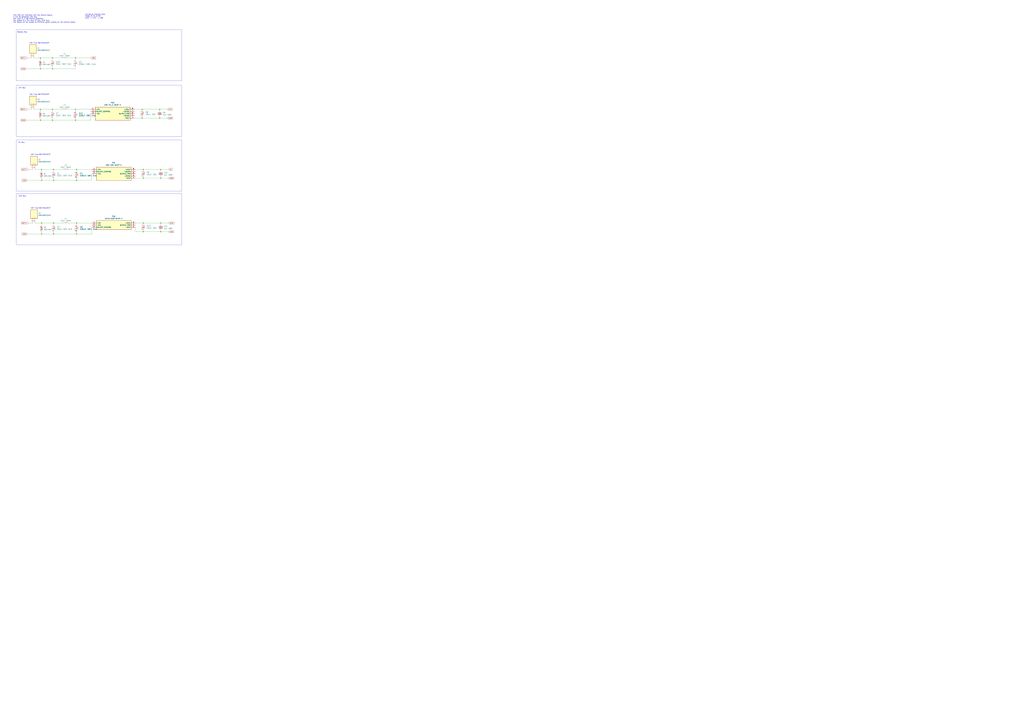
<source format=kicad_sch>
(kicad_sch (version 20230121) (generator eeschema)
  (paper "A0")
  (lib_symbols
    (symbol "696108003002:696108003002"
      (property "Reference" "U" (at 16.51 7.62 0))
      (property "Value" "696108003002" (at 16.51 5.08 0))
      (symbol "696108003002_1_1"
        (rectangle (start 5.08 2.54) (end 15.24 -5.08) (stroke (width 0.254)) (fill (type background)))
        (pin passive line (at 0 0 0) (length 5.08) (name "1") (number "1"))
        (pin passive line (at 0 -2.54 0) (length 5.08) (name "2") (number "2"))
      )
    )
    (symbol "Device:C" (pin_numbers hide) (pin_names (offset 0.254))
      (property "Reference" "C" (at 0.635 2.54 0))
      (property "Value" "C" (at 0.635 -2.54 0))
      (symbol "C_0_1"
        (polyline (pts (xy -2.032 -0.762) (xy 2.032 -0.762)) (stroke (width 0.508)))
        (polyline (pts (xy -2.032 0.762) (xy 2.032 0.762)) (stroke (width 0.508)))
      )
      (symbol "C_1_1"
        (pin passive line (at 0 3.81 270) (length 2.794) (name "~") (number "1"))
        (pin passive line (at 0 -3.81 90) (length 2.794) (name "~") (number "2"))
      )
    )
    (symbol "Device:L" (pin_numbers hide) (pin_names (offset 1.016) hide)
      (property "Reference" "L" (at -1.27 0 90))
      (property "Value" "L" (at 1.905 0 90))
      (symbol "L_0_1"
        (arc (start 0 -2.54) (mid 0.6323 -1.905) (end 0 -1.27))
        (arc (start 0 -1.27) (mid 0.6323 -0.635) (end 0 0))
        (arc (start 0 0) (mid 0.6323 0.635) (end 0 1.27))
        (arc (start 0 1.27) (mid 0.6323 1.905) (end 0 2.54))
      )
      (symbol "L_1_1"
        (pin passive line (at 0 3.81 270) (length 1.27) (name "1") (number "1"))
        (pin passive line (at 0 -3.81 90) (length 1.27) (name "2") (number "2"))
      )
    )
    (symbol "SMCJ40A:SMCJ40A" (pin_names (offset 1.016))
      (property "Reference" "D" (at -5.08 2.413 0))
      (property "Value" "SMCJ40A" (at -5.08 -4.953 0))
      (symbol "SMCJ40A_0_0"
        (polyline (pts (xy -1.27 -1.27) (xy -1.27 0)) (stroke (width 0.254)))
        (polyline (pts (xy -1.27 0) (xy -1.27 1.27)) (stroke (width 0.254)))
        (polyline (pts (xy -1.27 0) (xy 1.27 -1.27)) (stroke (width 0.254)))
        (polyline (pts (xy -0.635 -1.27) (xy -1.27 -1.27)) (stroke (width 0.254)))
        (polyline (pts (xy 1.27 -1.27) (xy 1.27 1.27)) (stroke (width 0.254)))
        (polyline (pts (xy 1.27 1.27) (xy -1.27 0)) (stroke (width 0.254)))
        (pin passive line (at 5.08 0 180) (length 5.08) (name "~") (number "A"))
        (pin passive line (at -5.08 0 0) (length 5.08) (name "~") (number "C"))
      )
    )
    (symbol "T521X336M050ATE075:T521X336M050ATE075" (pin_names (offset 0.254))
      (property "Reference" "C" (at 3.81 3.81 0))
      (property "Value" "T521X336M050ATE075" (at 3.81 -3.81 0))
      (symbol "T521X336M050ATE075_1_1"
        (polyline (pts (xy 1.5748 1.27) (xy 2.8448 1.27)) (stroke (width 0.2032)))
        (polyline (pts (xy 2.2098 0.635) (xy 2.2098 1.905)) (stroke (width 0.2032)))
        (polyline (pts (xy 2.54 0) (xy 3.4798 0)) (stroke (width 0.2032)))
        (polyline (pts (xy 3.4798 -1.905) (xy 3.4798 1.905)) (stroke (width 0.2032)))
        (polyline (pts (xy 4.1148 0) (xy 5.08 0)) (stroke (width 0.2032)))
        (arc (start 4.7541 1.9108) (mid 4.1148 0) (end 4.7541 -1.9108) (stroke (width 0.254)))
        (pin unspecified line (at 0 0 0) (length 2.54) (name "") (number "1"))
        (pin unspecified line (at 7.62 0 180) (length 2.54) (name "") (number "2"))
      )
      (symbol "T521X336M050ATE075_1_2"
        (polyline (pts (xy -1.905 -3.4798) (xy 1.905 -3.4798)) (stroke (width 0.2032)))
        (polyline (pts (xy 0 -4.1148) (xy 0 -5.08)) (stroke (width 0.2032)))
        (polyline (pts (xy 0 -2.54) (xy 0 -3.4798)) (stroke (width 0.2032)))
        (polyline (pts (xy 0.635 -2.2098) (xy 1.905 -2.2098)) (stroke (width 0.2032)))
        (polyline (pts (xy 1.27 -1.5748) (xy 1.27 -2.8448)) (stroke (width 0.2032)))
        (arc (start 1.9108 -4.7541) (mid 0 -4.1148) (end -1.9108 -4.7541) (stroke (width 0.254)))
        (pin unspecified line (at 0 0 270) (length 2.54) (name "") (number "1"))
        (pin unspecified line (at 0 -7.62 90) (length 2.54) (name "") (number "2"))
      )
    )
    (symbol "UEI15-033-Q12P-C:UEI15-033-Q12P-C"
      (property "Reference" "PS" (at 46.99 7.62 0))
      (property "Value" "UEI15-033-Q12P-C" (at 46.99 5.08 0))
      (symbol "UEI15-033-Q12P-C_1_1"
        (rectangle (start 5.08 2.54) (end 45.72 -7.62) (stroke (width 0.254)) (fill (type background)))
        (pin passive line (at 50.8 0 180) (length 5.08) (name "+VIN") (number "1"))
        (pin passive line (at 50.8 -2.54 180) (length 5.08) (name "-VIN") (number "2"))
        (pin passive line (at 0 0 0) (length 5.08) (name "+VOUT") (number "3"))
        (pin passive line (at 0 -2.54 0) (length 5.08) (name "OUTPUT_TRIM") (number "4"))
        (pin passive line (at 0 -5.08 0) (length 5.08) (name "-VOUT") (number "5"))
        (pin passive line (at 50.8 -5.08 180) (length 5.08) (name "ON/OFF_CONTROL") (number "6"))
      )
    )
    (symbol "UWS-24_2-Q12P-C:UWS-24_2-Q12P-C"
      (property "Reference" "PS" (at 46.99 7.62 0))
      (property "Value" "UWS-24_2-Q12P-C" (at 46.99 5.08 0))
      (symbol "UWS-24_2-Q12P-C_1_1"
        (rectangle (start 5.08 2.54) (end 45.72 -12.7) (stroke (width 0.254)) (fill (type background)))
        (pin passive line (at 0 0 0) (length 5.08) (name "+VIN") (number "1"))
        (pin passive line (at 0 -2.54 0) (length 5.08) (name "ON/OFF_CONTROL") (number "2"))
        (pin passive line (at 0 -5.08 0) (length 5.08) (name "-VIN") (number "3"))
        (pin passive line (at 50.8 -10.16 180) (length 5.08) (name "-VOUT") (number "4"))
        (pin passive line (at 50.8 -7.62 180) (length 5.08) (name "-SENSE") (number "5"))
        (pin passive line (at 50.8 -5.08 180) (length 5.08) (name "OUTPUT_TRIM") (number "6"))
        (pin passive line (at 50.8 -2.54 180) (length 5.08) (name "+SENSE") (number "7"))
        (pin passive line (at 50.8 0 180) (length 5.08) (name "+VOUT") (number "8"))
      )
    )
    (symbol "UWS-510-Q12P-C:UWS-15_3-Q12P-C"
      (property "Reference" "PS" (at 46.99 7.62 0))
      (property "Value" "UWS-15_3-Q12P-C" (at 46.99 5.08 0))
      (symbol "UWS-15_3-Q12P-C_1_1"
        (rectangle (start 5.08 2.54) (end 45.72 -12.7) (stroke (width 0.254)) (fill (type background)))
        (pin passive line (at 0 0 0) (length 5.08) (name "+VIN") (number "1"))
        (pin passive line (at 0 -2.54 0) (length 5.08) (name "ON/OFF_CONTROL") (number "2"))
        (pin passive line (at 0 -5.08 0) (length 5.08) (name "-VIN") (number "3"))
        (pin passive line (at 50.8 -10.16 180) (length 5.08) (name "-VOUT") (number "4"))
        (pin passive line (at 50.8 -7.62 180) (length 5.08) (name "-SENSE") (number "5"))
        (pin passive line (at 50.8 -5.08 180) (length 5.08) (name "OUTPUT_TRIM") (number "6"))
        (pin passive line (at 50.8 -2.54 180) (length 5.08) (name "+SENSE") (number "7"))
        (pin passive line (at 50.8 0 180) (length 5.08) (name "+VOUT") (number "8"))
      )
    )
    (symbol "UWT1H221MNL1GS:UWT1H221MNL1GS" (pin_names (offset 0.254))
      (property "Reference" "C" (at 3.81 3.81 0))
      (property "Value" "UWT1H221MNL1GS" (at 3.81 -3.81 0))
      (symbol "UWT1H221MNL1GS_0_1"
        (arc (start 5.08 2.54) (mid 4.0305 0) (end 5.08 -2.54))
      )
      (symbol "UWT1H221MNL1GS_1_1"
        (polyline (pts (xy 2.54 0) (xy 3.4798 0)) (stroke (width 0.2032)))
        (polyline (pts (xy 3.4798 -1.905) (xy 3.4798 1.905)) (stroke (width 0.2032)))
        (polyline (pts (xy 4.1148 0) (xy 5.08 0)) (stroke (width 0.2032)))
        (text "+" (at 2.54 1.27 0) (effects (font (size 1.27 1.27))))
        (pin unspecified line (at 0 0 0) (length 2.54) (name "") (number "1"))
        (pin unspecified line (at 7.62 0 180) (length 2.54) (name "") (number "2"))
      )
      (symbol "UWT1H221MNL1GS_1_2"
        (polyline (pts (xy -1.905 -4.1148) (xy 1.905 -4.1148)) (stroke (width 0.2032)))
        (polyline (pts (xy -1.905 -3.4798) (xy 1.905 -3.4798)) (stroke (width 0.2032)))
        (polyline (pts (xy 0 -4.1148) (xy 0 -5.08)) (stroke (width 0.2032)))
        (polyline (pts (xy 0 -2.54) (xy 0 -3.4798)) (stroke (width 0.2032)))
        (pin unspecified line (at 0 0 270) (length 2.54) (name "") (number "1"))
        (pin unspecified line (at 0 -7.62 90) (length 2.54) (name "") (number "2"))
      )
    )
    (symbol "UWZ1H100MCL1GB:UWZ1H100MCL1GB" (pin_names (offset 0.254))
      (property "Reference" "C" (at 3.81 3.81 0))
      (property "Value" "UWZ1H100MCL1GB" (at 3.81 -3.81 0))
      (symbol "UWZ1H100MCL1GB_1_1"
        (polyline (pts (xy 1.5748 1.27) (xy 2.8448 1.27)) (stroke (width 0.2032)))
        (polyline (pts (xy 2.2098 0.635) (xy 2.2098 1.905)) (stroke (width 0.2032)))
        (polyline (pts (xy 2.54 0) (xy 3.4798 0)) (stroke (width 0.2032)))
        (polyline (pts (xy 3.4798 -1.905) (xy 3.4798 1.905)) (stroke (width 0.2032)))
        (polyline (pts (xy 4.1148 0) (xy 5.08 0)) (stroke (width 0.2032)))
        (arc (start 4.7541 1.9108) (mid 4.1148 0) (end 4.7541 -1.9108) (stroke (width 0.254)))
        (pin unspecified line (at 0 0 0) (length 2.54) (name "") (number "1"))
        (pin unspecified line (at 7.62 0 180) (length 2.54) (name "") (number "2"))
      )
      (symbol "UWZ1H100MCL1GB_1_2"
        (polyline (pts (xy -1.905 -3.4798) (xy 1.905 -3.4798)) (stroke (width 0.2032)))
        (polyline (pts (xy 0 -4.1148) (xy 0 -5.08)) (stroke (width 0.2032)))
        (polyline (pts (xy 0 -2.54) (xy 0 -3.4798)) (stroke (width 0.2032)))
        (polyline (pts (xy 0.635 -2.2098) (xy 1.905 -2.2098)) (stroke (width 0.2032)))
        (polyline (pts (xy 1.27 -1.5748) (xy 1.27 -2.8448)) (stroke (width 0.2032)))
        (arc (start 1.9108 -4.7541) (mid 0 -4.1148) (end -1.9108 -4.7541) (stroke (width 0.254)))
        (pin unspecified line (at 0 -7.62 90) (length 2.54) (name "") (number "1"))
        (pin unspecified line (at 0 0 270) (length 2.54) (name "") (number "2"))
      )
    )
  )
  (junction (at 62.23 259.08))
  (junction (at 60.96 139.7))
  (junction (at 62.23 196.85))
  (junction (at 87.63 139.7))
  (junction (at 186.69 259.08))
  (junction (at 88.9 196.85))
  (junction (at 62.23 209.55))
  (junction (at 185.42 127))
  (junction (at 48.26 259.08))
  (junction (at 186.69 207.01))
  (junction (at 87.63 67.31))
  (junction (at 46.99 67.31))
  (junction (at 62.23 271.78))
  (junction (at 166.37 269.24))
  (junction (at 60.96 127))
  (junction (at 46.99 127))
  (junction (at 186.69 269.24))
  (junction (at 186.69 196.85))
  (junction (at 48.26 271.78))
  (junction (at 88.9 209.55))
  (junction (at 46.99 80.01))
  (junction (at 48.26 209.55))
  (junction (at 165.1 127))
  (junction (at 185.42 137.16))
  (junction (at 166.37 196.85))
  (junction (at 87.63 127))
  (junction (at 48.26 196.85))
  (junction (at 88.9 271.78))
  (junction (at 88.9 259.08))
  (junction (at 166.37 207.01))
  (junction (at 46.99 139.7))
  (junction (at 60.96 80.01))
  (junction (at 166.37 259.08))
  (junction (at 165.1 137.16))
  (junction (at 60.96 67.31))
  (wire (pts (xy 71.12 127) (xy 60.96 127)))
  (wire (pts (xy 185.42 128.27) (xy 185.42 127)))
  (wire (pts (xy 105.41 132.08) (xy 105.41 139.7)))
  (wire (pts (xy 156.21 137.16) (xy 165.1 137.16)))
  (wire (pts (xy 157.48 264.16) (xy 157.48 269.24)))
  (wire (pts (xy 166.37 207.01) (xy 186.69 207.01)))
  (wire (pts (xy 166.37 269.24) (xy 166.37 267.97)))
  (wire (pts (xy 157.48 207.01) (xy 166.37 207.01)))
  (wire (pts (xy 87.63 67.31) (xy 105.41 67.31)))
  (wire (pts (xy 46.99 67.31) (xy 60.96 67.31)))
  (wire (pts (xy 62.23 209.55) (xy 88.9 209.55)))
  (wire (pts (xy 87.63 67.31) (xy 87.63 69.85)))
  (wire (pts (xy 166.37 198.12) (xy 166.37 196.85)))
  (wire (pts (xy 62.23 196.85) (xy 62.23 199.39)))
  (wire (pts (xy 40.64 196.85) (xy 48.26 196.85)))
  (wire (pts (xy 72.39 259.08) (xy 62.23 259.08)))
  (wire (pts (xy 62.23 209.55) (xy 62.23 207.01)))
  (wire (pts (xy 30.48 80.01) (xy 46.99 80.01)))
  (wire (pts (xy 157.48 196.85) (xy 166.37 196.85)))
  (wire (pts (xy 186.69 260.35) (xy 186.69 259.08)))
  (wire (pts (xy 105.41 139.7) (xy 87.63 139.7)))
  (wire (pts (xy 71.12 67.31) (xy 60.96 67.31)))
  (wire (pts (xy 46.99 68.58) (xy 46.99 67.31)))
  (wire (pts (xy 87.63 139.7) (xy 87.63 137.16)))
  (wire (pts (xy 166.37 259.08) (xy 186.69 259.08)))
  (wire (pts (xy 60.96 139.7) (xy 60.96 137.16)))
  (wire (pts (xy 186.69 269.24) (xy 186.69 267.97)))
  (wire (pts (xy 80.01 196.85) (xy 88.9 196.85)))
  (wire (pts (xy 60.96 67.31) (xy 60.96 69.85)))
  (wire (pts (xy 39.37 67.31) (xy 46.99 67.31)))
  (wire (pts (xy 157.48 269.24) (xy 166.37 269.24)))
  (wire (pts (xy 60.96 80.01) (xy 87.63 80.01)))
  (wire (pts (xy 40.64 259.08) (xy 48.26 259.08)))
  (wire (pts (xy 31.75 209.55) (xy 48.26 209.55)))
  (wire (pts (xy 46.99 128.27) (xy 46.99 127)))
  (wire (pts (xy 106.68 209.55) (xy 88.9 209.55)))
  (wire (pts (xy 186.69 207.01) (xy 186.69 205.74)))
  (wire (pts (xy 30.48 139.7) (xy 46.99 139.7)))
  (wire (pts (xy 195.58 207.01) (xy 186.69 207.01)))
  (wire (pts (xy 31.75 127) (xy 36.83 127)))
  (wire (pts (xy 88.9 196.85) (xy 88.9 199.39)))
  (wire (pts (xy 48.26 271.78) (xy 62.23 271.78)))
  (wire (pts (xy 106.68 264.16) (xy 106.68 271.78)))
  (wire (pts (xy 88.9 271.78) (xy 88.9 269.24)))
  (wire (pts (xy 46.99 78.74) (xy 46.99 80.01)))
  (wire (pts (xy 48.26 208.28) (xy 48.26 209.55)))
  (wire (pts (xy 165.1 137.16) (xy 185.42 137.16)))
  (wire (pts (xy 48.26 270.51) (xy 48.26 271.78)))
  (wire (pts (xy 88.9 259.08) (xy 106.68 259.08)))
  (wire (pts (xy 46.99 139.7) (xy 60.96 139.7)))
  (wire (pts (xy 88.9 196.85) (xy 106.68 196.85)))
  (wire (pts (xy 195.58 196.85) (xy 186.69 196.85)))
  (wire (pts (xy 88.9 259.08) (xy 88.9 261.62)))
  (wire (pts (xy 166.37 196.85) (xy 186.69 196.85)))
  (wire (pts (xy 72.39 196.85) (xy 62.23 196.85)))
  (wire (pts (xy 87.63 127) (xy 87.63 129.54)))
  (wire (pts (xy 186.69 198.12) (xy 186.69 196.85)))
  (wire (pts (xy 195.58 259.08) (xy 186.69 259.08)))
  (wire (pts (xy 48.26 196.85) (xy 62.23 196.85)))
  (wire (pts (xy 165.1 128.27) (xy 165.1 127)))
  (wire (pts (xy 194.31 137.16) (xy 185.42 137.16)))
  (wire (pts (xy 39.37 127) (xy 46.99 127)))
  (wire (pts (xy 80.01 259.08) (xy 88.9 259.08)))
  (wire (pts (xy 87.63 127) (xy 105.41 127)))
  (wire (pts (xy 48.26 260.35) (xy 48.26 259.08)))
  (wire (pts (xy 60.96 139.7) (xy 87.63 139.7)))
  (wire (pts (xy 87.63 80.01) (xy 87.63 77.47)))
  (wire (pts (xy 46.99 80.01) (xy 60.96 80.01)))
  (wire (pts (xy 156.21 127) (xy 165.1 127)))
  (wire (pts (xy 33.02 259.08) (xy 38.1 259.08)))
  (wire (pts (xy 48.26 259.08) (xy 62.23 259.08)))
  (wire (pts (xy 165.1 137.16) (xy 165.1 135.89)))
  (wire (pts (xy 78.74 67.31) (xy 87.63 67.31)))
  (wire (pts (xy 194.31 127) (xy 185.42 127)))
  (wire (pts (xy 62.23 271.78) (xy 62.23 269.24)))
  (wire (pts (xy 31.75 271.78) (xy 48.26 271.78)))
  (wire (pts (xy 48.26 209.55) (xy 62.23 209.55)))
  (wire (pts (xy 62.23 259.08) (xy 62.23 261.62)))
  (wire (pts (xy 60.96 127) (xy 60.96 129.54)))
  (wire (pts (xy 46.99 138.43) (xy 46.99 139.7)))
  (wire (pts (xy 60.96 80.01) (xy 60.96 77.47)))
  (wire (pts (xy 33.02 196.85) (xy 38.1 196.85)))
  (wire (pts (xy 165.1 127) (xy 185.42 127)))
  (wire (pts (xy 195.58 269.24) (xy 186.69 269.24)))
  (wire (pts (xy 106.68 271.78) (xy 88.9 271.78)))
  (wire (pts (xy 166.37 207.01) (xy 166.37 205.74)))
  (wire (pts (xy 88.9 209.55) (xy 88.9 207.01)))
  (wire (pts (xy 62.23 271.78) (xy 88.9 271.78)))
  (wire (pts (xy 185.42 137.16) (xy 185.42 135.89)))
  (wire (pts (xy 46.99 127) (xy 60.96 127)))
  (wire (pts (xy 31.75 67.31) (xy 36.83 67.31)))
  (wire (pts (xy 166.37 260.35) (xy 166.37 259.08)))
  (wire (pts (xy 106.68 201.93) (xy 106.68 209.55)))
  (wire (pts (xy 157.48 259.08) (xy 166.37 259.08)))
  (wire (pts (xy 48.26 198.12) (xy 48.26 196.85)))
  (wire (pts (xy 78.74 127) (xy 87.63 127)))
  (wire (pts (xy 166.37 269.24) (xy 186.69 269.24)))
  (rectangle (start 19.05 34.29) (end 210.82 93.98))
  (rectangle (start 19.05 224.79) (end 210.82 284.48))
  (rectangle (start 19.05 99.06) (end 210.82 158.75))
  (rectangle (start 19.05 162.56) (end 210.82 222.25))
  (text "Battery Bus" (at 20.32 38.1 0) (effects (font (size 1.27 1.27)) (justify left bottom)))
  (text "Enclosure internal size:\nModel # CN-6710\n6.22\" x 4.21\" x 4.06" (at 99.06 21.59 0) (effects (font (size 1.27 1.27)) (justify left bottom)))
  (text "3.3V Bus" (at 21.59 228.6 0) (effects (font (size 1.27 1.27)) (justify left bottom)))
  (text "5V Bus" (at 21.59 166.37 0) (effects (font (size 1.27 1.27)) (justify left bottom)))
  (text "10A Fuse 0617010.MXP" (at 34.29 110.49 0) (effects (font (size 1.27 1.27)) (justify left bottom)))
  (text "10A Fuse 0617010.MXP" (at 35.56 180.34 0) (effects (font (size 1.27 1.27)) (justify left bottom)))
  (text "24V Bus" (at 21.59 102.87 0) (effects (font (size 1.27 1.27)) (justify left bottom)))
  (text "10A Fuse 0617010.MXP" (at 35.56 242.57 0) (effects (font (size 1.27 1.27)) (justify left bottom)))
  (text "This PCB will interface with the control board. \nIt will be designed with 2oz. \nThe input is 2 18v Makita batteries. \nThe output is a 24v bus, 5v bus, 3.3v bus.\nThe board will be routed to minimize power routing on the control board." (at 15.24 26.67 0) (effects (font (size 1.27 1.27)) (justify left bottom)))
  (text "10A Fuse 0617010.MXP" (at 34.29 50.8 0) (effects (font (size 1.27 1.27)) (justify left bottom)))
  (global_label "GND" (shape input) (at 30.48 139.7 180) (property "Intersheetrefs" "${INTERSHEET_REFS}" (effects hide)))
  (global_label "5V" (shape input) (at 195.58 196.85 0) (property "Intersheetrefs" "${INTERSHEET_REFS}" (effects hide)))
  (global_label "GND" (shape input) (at 194.31 137.16 0) (property "Intersheetrefs" "${INTERSHEET_REFS}" (effects hide)))
  (global_label "GND" (shape input) (at 31.75 271.78 180) (property "Intersheetrefs" "${INTERSHEET_REFS}" (effects hide)))
  (global_label "GND" (shape input) (at 31.75 209.55 180) (property "Intersheetrefs" "${INTERSHEET_REFS}" (effects hide)))
  (global_label "BATT+" (shape input) (at 33.02 259.08 180) (property "Intersheetrefs" "${INTERSHEET_REFS}" (effects hide)))
  (global_label "GND" (shape input) (at 30.48 80.01 180) (property "Intersheetrefs" "${INTERSHEET_REFS}" (effects hide)))
  (global_label "BATT+" (shape input) (at 31.75 67.31 180) (property "Intersheetrefs" "${INTERSHEET_REFS}" (effects hide)))
  (global_label "3.3V" (shape input) (at 195.58 259.08 0) (property "Intersheetrefs" "${INTERSHEET_REFS}" (effects hide)))
  (global_label "BATT+" (shape input) (at 31.75 127 180) (property "Intersheetrefs" "${INTERSHEET_REFS}" (effects hide)))
  (global_label "18V" (shape input) (at 105.41 67.31 0) (property "Intersheetrefs" "${INTERSHEET_REFS}" (effects hide)))
  (global_label "GND" (shape input) (at 195.58 207.01 0) (property "Intersheetrefs" "${INTERSHEET_REFS}" (effects hide)))
  (global_label "GND" (shape input) (at 195.58 269.24 0) (property "Intersheetrefs" "${INTERSHEET_REFS}" (effects hide)))
  (global_label "BATT+" (shape input) (at 33.02 196.85 180) (property "Intersheetrefs" "${INTERSHEET_REFS}" (effects hide)))
  (global_label "24V" (shape input) (at 194.31 127 0) (property "Intersheetrefs" "${INTERSHEET_REFS}" (effects hide)))
  (symbol (lib_id "Device:L") (at 76.2 196.85 90) (unit 1)
    (property "Reference" "L3" (at 76.2 191.77 90))
    (property "Value" "12uF, 10.5A" (at 76.2 194.31 90))
    (property "Footprint" "Inductor_SMD:L_Coilcraft_XAL8080-XXX" (effects hide))
    (property "Part Number" "XAL8080-123" (effects hide))
  )
  (symbol (lib_id "T521X336M050ATE075:T521X336M050ATE075") (at 60.96 69.85 270) (unit 1)
    (property "Reference" "C10" (at 64.77 71.9074 90) (effects (font (size 1.524 1.524)) (justify left)))
    (property "Value" "33uF, 50V Tant" (at 64.77 74.4474 90) (effects (font (size 1.524 1.524)) (justify left)))
    (property "Footprint" "T521X336M050ATE075:CAPMP7.6X4.3_4.3N_KEM" (effects hide))
    (property "Datasheet" "T521X336M050ATE075" (effects hide))
    (property "Part Number" "T521X336M050ATE075" (effects hide))
  )
  (symbol (lib_id "696108003002:696108003002") (at 38.1 196.85 90) (unit 1)
    (property "Reference" "U1" (at 44.45 185.42 90) (effects (justify right)))
    (property "Value" "696108003002" (at 44.45 187.96 90) (effects (justify right)))
    (property "Footprint" "696108003002:WR-FSH_THT_2" (effects hide))
    (property "Datasheet" "http://katalog.we-online.de/em/datasheet/696108003002.pdf" (effects hide))
    (property "Mouser Part Number" "710-696108003002" (effects hide))
    (property "Mouser Price/Stock" "https://www.mouser.co.uk/ProductDetail/Wurth-Elektronik/696108003002?qs=%252BEew9%252B0nqrCCQeoUrFurBg%3D%3D" (effects hide))
    (property "Manufacturer_Name" "Wurth Elektronik" (effects hide))
    (property "Manufacturer_Part_Number" "696108003002" (effects hide))
  )
  (symbol (lib_id "SMCJ40A:SMCJ40A") (at 46.99 133.35 270) (unit 1)
    (property "Reference" "D3" (at 49.53 132.08 90) (effects (justify left)))
    (property "Value" "SMCJ40A" (at 49.53 134.62 90) (effects (justify left)))
    (property "Footprint" "SMCJ40A:DIOM7959X262N" (effects hide))
    (property "PARTREV" "11/20/15" (effects hide))
    (property "STANDARD" "IPC-7351B" (effects hide))
    (property "MAXIMUM_PACKAGE_HEIGHT" "2.62mm" (effects hide))
    (property "MANUFACTURER" "LittelFuse" (effects hide))
  )
  (symbol (lib_id "T521X336M050ATE075:T521X336M050ATE075") (at 62.23 199.39 270) (unit 1)
    (property "Reference" "C1" (at 66.04 201.4474 90) (effects (font (size 1.524 1.524)) (justify left)))
    (property "Value" "33uF, 50V Tant" (at 66.04 203.9874 90) (effects (font (size 1.524 1.524)) (justify left)))
    (property "Footprint" "T521X336M050ATE075:CAPMP7.6X4.3_4.3N_KEM" (effects hide))
    (property "Datasheet" "T521X336M050ATE075" (effects hide))
    (property "Part Number" "T521X336M050ATE075" (effects hide))
  )
  (symbol (lib_id "UWS-24_2-Q12P-C:UWS-24_2-Q12P-C") (at 105.41 127 0) (unit 1)
    (property "Reference" "PS3" (at 130.81 119.38 0))
    (property "Value" "UWS-24_2-Q12P-C" (at 130.81 121.92 0))
    (property "Footprint" "UWS-24_2-Q12-C:UWS242Q12PC" (effects hide))
    (property "Datasheet" "https://componentsearchengine.com/Datasheets/1/UWS-24_2-Q12P-C.pdf" (effects hide))
    (property "Height" "9.1" (effects hide))
    (property "Mouser Part Number" "580-UWS-24/2-Q12P-C" (effects hide))
    (property "Mouser Price/Stock" "https://www.mouser.co.uk/ProductDetail/Murata-Power-Solutions/UWS-24-2-Q12P-C?qs=XeJtXLiO41TNkBmqA9gfYQ%3D%3D" (effects hide))
    (property "Manufacturer_Name" "Murata Electronics" (effects hide))
    (property "Manufacturer_Part_Number" "UWS-24/2-Q12P-C" (effects hide))
  )
  (symbol (lib_id "UWT1H221MNL1GS:UWT1H221MNL1GS") (at 87.63 69.85 270) (unit 1)
    (property "Reference" "C3" (at 91.44 71.9921 90) (effects (font (size 1.524 1.524)) (justify left)))
    (property "Value" "220uF, 50V, Elec" (at 91.44 74.5321 90) (effects (font (size 1.524 1.524)) (justify left)))
    (property "Footprint" "UWT1H221MNL1GS:U2-R_NCH" (effects hide))
    (property "Datasheet" "UWT1H221MNL1GS" (effects hide))
  )
  (symbol (lib_id "Device:L") (at 74.93 67.31 90) (unit 1)
    (property "Reference" "L1" (at 74.93 62.23 90))
    (property "Value" "12uF, 10.5A" (at 74.93 64.77 90))
    (property "Footprint" "Inductor_SMD:L_Coilcraft_XAL8080-XXX" (effects hide))
    (property "Part Number" "XAL8080-123" (effects hide))
  )
  (symbol (lib_id "UWT1H221MNL1GS:UWT1H221MNL1GS") (at 88.9 261.62 270) (unit 1)
    (property "Reference" "C6" (at 92.71 263.7621 90) (effects (font (size 1.524 1.524)) (justify left)))
    (property "Value" "220uF, 50V, Elec" (at 92.71 266.3021 90) (effects (font (size 1.524 1.524)) (justify left)))
    (property "Footprint" "UWT1H221MNL1GS:U2-R_NCH" (effects hide))
    (property "Datasheet" "UWT1H221MNL1GS" (effects hide))
  )
  (symbol (lib_id "UWS-510-Q12P-C:UWS-15_3-Q12P-C") (at 106.68 196.85 0) (unit 1)
    (property "Reference" "PS1" (at 132.08 189.23 0))
    (property "Value" "UWS-510-Q12P-C" (at 132.08 191.77 0))
    (property "Footprint" "UWS-510-Q12P-C:UWS-510-Q12P-C" (effects hide))
    (property "Datasheet" "https://componentsearchengine.com/Datasheets/1/UWS-15_3-Q12P-C.pdf" (effects hide))
    (property "Height" "9.1" (effects hide))
    (property "Mouser Part Number" "580-UWS-15/3-Q12P-C" (effects hide))
    (property "Mouser Price/Stock" "https://www.mouser.co.uk/ProductDetail/Murata-Power-Solutions/UWS-15-3-Q12P-C?qs=XeJtXLiO41RZdoTc3dOuwg%3D%3D" (effects hide))
    (property "Manufacturer_Name" "Murata Electronics" (effects hide))
    (property "Manufacturer_Part_Number" "UWS-15/3-Q12P-C" (effects hide))
  )
  (symbol (lib_id "696108003002:696108003002") (at 36.83 127 90) (unit 1)
    (property "Reference" "U3" (at 43.18 115.57 90) (effects (justify right)))
    (property "Value" "696108003002" (at 43.18 118.11 90) (effects (justify right)))
    (property "Footprint" "696108003002:WR-FSH_THT_2" (effects hide))
    (property "Datasheet" "http://katalog.we-online.de/em/datasheet/696108003002.pdf" (effects hide))
    (property "Mouser Part Number" "710-696108003002" (effects hide))
    (property "Mouser Price/Stock" "https://www.mouser.co.uk/ProductDetail/Wurth-Elektronik/696108003002?qs=%252BEew9%252B0nqrCCQeoUrFurBg%3D%3D" (effects hide))
    (property "Manufacturer_Name" "Wurth Elektronik" (effects hide))
    (property "Manufacturer_Part_Number" "696108003002" (effects hide))
  )
  (symbol (lib_id "Device:C") (at 186.69 201.93 0) (unit 1)
    (property "Reference" "C12" (at 190.5 200.66 0) (effects (justify left)))
    (property "Value" "1uF, 100V" (at 190.5 203.2 0) (effects (justify left)))
    (property "Footprint" "Capacitor_SMD:C_1206_3216Metric_Pad1.33x1.80mm_HandSolder" (effects hide))
    (property "Part Number" "CL31B105KCHNNNE" (effects hide))
  )
  (symbol (lib_id "UWZ1H100MCL1GB:UWZ1H100MCL1GB") (at 166.37 198.12 270) (unit 1)
    (property "Reference" "C5" (at 170.18 200.1774 90) (effects (font (size 1.524 1.524)) (justify left)))
    (property "Value" "10uF, 50v" (at 170.18 202.7174 90) (effects (font (size 1.524 1.524)) (justify left)))
    (property "Footprint" "PCAP_6.3x5.4-ELECT_NCA" (effects hide))
    (property "Datasheet" "UWZ1H100MCL1GB" (effects hide))
    (property "Part Number" "UWZ1H100MCL1GB" (effects hide))
  )
  (symbol (lib_id "Device:C") (at 185.42 132.08 0) (unit 1)
    (property "Reference" "C9" (at 189.23 130.81 0) (effects (justify left)))
    (property "Value" "1uF, 100V" (at 189.23 133.35 0) (effects (justify left)))
    (property "Footprint" "Capacitor_SMD:C_1206_3216Metric_Pad1.33x1.80mm_HandSolder" (effects hide))
    (property "Part Number" "CL31B105KCHNNNE" (effects hide))
  )
  (symbol (lib_id "SMCJ40A:SMCJ40A") (at 48.26 203.2 270) (unit 1)
    (property "Reference" "D1" (at 50.8 201.93 90) (effects (justify left)))
    (property "Value" "SMCJ40A" (at 50.8 204.47 90) (effects (justify left)))
    (property "Footprint" "SMCJ40A:DIOM7959X262N" (effects hide))
    (property "PARTREV" "11/20/15" (effects hide))
    (property "STANDARD" "IPC-7351B" (effects hide))
    (property "MAXIMUM_PACKAGE_HEIGHT" "2.62mm" (effects hide))
    (property "MANUFACTURER" "LittelFuse" (effects hide))
  )
  (symbol (lib_id "Device:C") (at 186.69 264.16 0) (unit 1)
    (property "Reference" "C14" (at 190.5 262.89 0) (effects (justify left)))
    (property "Value" "1uF, 100V" (at 190.5 265.43 0) (effects (justify left)))
    (property "Footprint" "Capacitor_SMD:C_1206_3216Metric_Pad1.33x1.80mm_HandSolder" (effects hide))
    (property "Part Number" "CL31B105KCHNNNE" (effects hide))
  )
  (symbol (lib_id "Device:L") (at 74.93 127 90) (unit 1)
    (property "Reference" "L2" (at 74.93 121.92 90))
    (property "Value" "12uF, 10.5A" (at 74.93 124.46 90))
    (property "Footprint" "Inductor_SMD:L_Coilcraft_XAL8080-XXX" (effects hide))
    (property "Part Number" "XAL8080-123" (effects hide))
  )
  (symbol (lib_id "UWT1H221MNL1GS:UWT1H221MNL1GS") (at 87.63 129.54 270) (unit 1)
    (property "Reference" "C11" (at 91.44 131.6821 90) (effects (font (size 1.524 1.524)) (justify left)))
    (property "Value" "220uF, 50V, Elec" (at 91.44 134.2221 90) (effects (font (size 1.524 1.524)) (justify left)))
    (property "Footprint" "UWT1H221MNL1GS:U2-R_NCH" (effects hide))
    (property "Datasheet" "UWT1H221MNL1GS" (effects hide))
  )
  (symbol (lib_id "SMCJ40A:SMCJ40A") (at 48.26 265.43 270) (unit 1)
    (property "Reference" "D2" (at 50.8 264.16 90) (effects (justify left)))
    (property "Value" "SMCJ40A" (at 50.8 266.7 90) (effects (justify left)))
    (property "Footprint" "SMCJ40A:DIOM7959X262N" (effects hide))
    (property "PARTREV" "11/20/15" (effects hide))
    (property "STANDARD" "IPC-7351B" (effects hide))
    (property "MAXIMUM_PACKAGE_HEIGHT" "2.62mm" (effects hide))
    (property "MANUFACTURER" "LittelFuse" (effects hide))
  )
  (symbol (lib_id "SMCJ40A:SMCJ40A") (at 46.99 73.66 270) (unit 1)
    (property "Reference" "D4" (at 49.53 72.39 90) (effects (justify left)))
    (property "Value" "SMCJ40A" (at 49.53 74.93 90) (effects (justify left)))
    (property "Footprint" "SMCJ40A:DIOM7959X262N" (effects hide))
    (property "PARTREV" "11/20/15" (effects hide))
    (property "STANDARD" "IPC-7351B" (effects hide))
    (property "MAXIMUM_PACKAGE_HEIGHT" "2.62mm" (effects hide))
    (property "MANUFACTURER" "LittelFuse" (effects hide))
  )
  (symbol (lib_id "696108003002:696108003002") (at 36.83 67.31 90) (unit 1)
    (property "Reference" "U4" (at 43.18 55.88 90) (effects (justify right)))
    (property "Value" "696108003002" (at 43.18 58.42 90) (effects (justify right)))
    (property "Footprint" "696108003002:WR-FSH_THT_2" (effects hide))
    (property "Datasheet" "http://katalog.we-online.de/em/datasheet/696108003002.pdf" (effects hide))
    (property "Mouser Part Number" "710-696108003002" (effects hide))
    (property "Mouser Price/Stock" "https://www.mouser.co.uk/ProductDetail/Wurth-Elektronik/696108003002?qs=%252BEew9%252B0nqrCCQeoUrFurBg%3D%3D" (effects hide))
    (property "Manufacturer_Name" "Wurth Elektronik" (effects hide))
    (property "Manufacturer_Part_Number" "696108003002" (effects hide))
  )
  (symbol (lib_id "UWT1H221MNL1GS:UWT1H221MNL1GS") (at 88.9 199.39 270) (unit 1)
    (property "Reference" "C4" (at 92.71 201.5321 90) (effects (font (size 1.524 1.524)) (justify left)))
    (property "Value" "220uF, 50V, Elec" (at 92.71 204.0721 90) (effects (font (size 1.524 1.524)) (justify left)))
    (property "Footprint" "UWT1H221MNL1GS:U2-R_NCH" (effects hide))
    (property "Datasheet" "UWT1H221MNL1GS" (effects hide))
  )
  (symbol (lib_id "UWZ1H100MCL1GB:UWZ1H100MCL1GB") (at 166.37 260.35 270) (unit 1)
    (property "Reference" "C13" (at 170.18 262.4074 90) (effects (font (size 1.524 1.524)) (justify left)))
    (property "Value" "10uF, 50v" (at 170.18 264.9474 90) (effects (font (size 1.524 1.524)) (justify left)))
    (property "Footprint" "PCAP_6.3x5.4-ELECT_NCA" (effects hide))
    (property "Datasheet" "UWZ1H100MCL1GB" (effects hide))
    (property "Part Number" "UWZ1H100MCL1GB" (effects hide))
  )
  (symbol (lib_id "T521X336M050ATE075:T521X336M050ATE075") (at 62.23 261.62 270) (unit 1)
    (property "Reference" "C2" (at 66.04 263.6774 90) (effects (font (size 1.524 1.524)) (justify left)))
    (property "Value" "33uF, 50V Tant" (at 66.04 266.2174 90) (effects (font (size 1.524 1.524)) (justify left)))
    (property "Footprint" "T521X336M050ATE075:CAPMP7.6X4.3_4.3N_KEM" (effects hide))
    (property "Datasheet" "T521X336M050ATE075" (effects hide))
    (property "Part Number" "T521X336M050ATE075" (effects hide))
  )
  (symbol (lib_id "Device:L") (at 76.2 259.08 90) (unit 1)
    (property "Reference" "L4" (at 76.2 254 90))
    (property "Value" "12uF, 10.5A" (at 76.2 256.54 90))
    (property "Footprint" "Inductor_SMD:L_Coilcraft_XAL8080-XXX" (effects hide))
    (property "Part Number" "XAL8080-123" (effects hide))
  )
  (symbol (lib_id "T521X336M050ATE075:T521X336M050ATE075") (at 60.96 129.54 270) (unit 1)
    (property "Reference" "C7" (at 64.77 131.5974 90) (effects (font (size 1.524 1.524)) (justify left)))
    (property "Value" "33uF, 50V Tant" (at 64.77 134.1374 90) (effects (font (size 1.524 1.524)) (justify left)))
    (property "Footprint" "T521X336M050ATE075:CAPMP7.6X4.3_4.3N_KEM" (effects hide))
    (property "Datasheet" "T521X336M050ATE075" (effects hide))
    (property "Part Number" "T521X336M050ATE075" (effects hide))
  )
  (symbol (lib_id "UEI15-033-Q12P-C:UEI15-033-Q12P-C") (at 157.48 259.08 0) (mirror y) (unit 1)
    (property "Reference" "PS2" (at 132.08 251.46 0))
    (property "Value" "UEI15-033-Q12P-C" (at 132.08 254 0))
    (property "Footprint" "UEI15-033-Q12P-C:UEI15033Q12PC" (effects hide))
    (property "Datasheet" "https://power.murata.com/data/power/mdc_uei-15w.pdf" (effects hide))
    (property "Height" "9.2" (effects hide))
    (property "Mouser Part Number" "580-UEI15-033-Q12P-C" (effects hide))
    (property "Mouser Price/Stock" "https://www.mouser.co.uk/ProductDetail/Murata-Power-Solutions/UEI15-033-Q12P-C?qs=vkg2aSRn9IqPFEOBvVDmVQ%3D%3D" (effects hide))
    (property "Manufacturer_Name" "Murata Electronics" (effects hide))
    (property "Manufacturer_Part_Number" "UEI15-033-Q12P-C" (effects hide))
  )
  (symbol (lib_id "UWZ1H100MCL1GB:UWZ1H100MCL1GB") (at 165.1 128.27 270) (unit 1)
    (property "Reference" "C8" (at 168.91 130.3274 90) (effects (font (size 1.524 1.524)) (justify left)))
    (property "Value" "10uF, 50v" (at 168.91 132.8674 90) (effects (font (size 1.524 1.524)) (justify left)))
    (property "Footprint" "PCAP_6.3x5.4-ELECT_NCA" (effects hide))
    (property "Datasheet" "UWZ1H100MCL1GB" (effects hide))
    (property "Part Number" "UWZ1H100MCL1GB" (effects hide))
  )
  (symbol (lib_id "696108003002:696108003002") (at 38.1 259.08 90) (unit 1)
    (property "Reference" "U2" (at 44.45 247.65 90) (effects (justify right)))
    (property "Value" "696108003002" (at 44.45 250.19 90) (effects (justify right)))
    (property "Footprint" "696108003002:WR-FSH_THT_2" (effects hide))
    (property "Datasheet" "http://katalog.we-online.de/em/datasheet/696108003002.pdf" (effects hide))
    (property "Mouser Part Number" "710-696108003002" (effects hide))
    (property "Mouser Price/Stock" "https://www.mouser.co.uk/ProductDetail/Wurth-Elektronik/696108003002?qs=%252BEew9%252B0nqrCCQeoUrFurBg%3D%3D" (effects hide))
    (property "Manufacturer_Name" "Wurth Elektronik" (effects hide))
    (property "Manufacturer_Part_Number" "696108003002" (effects hide))
  )
)
</source>
